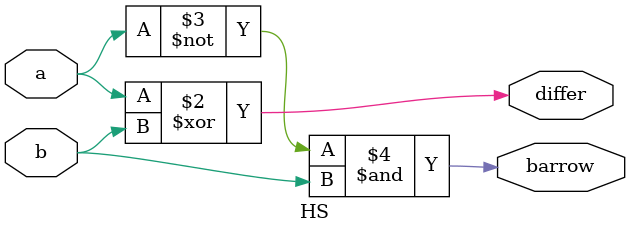
<source format=v>
`timescale 1ns / 1ps


module HS(
    input a,
    input b,
    output reg differ,
    output reg barrow
    );
    always @(*)
    begin
    differ = a^b;
    barrow = ~a & b;
    end
endmodule

</source>
